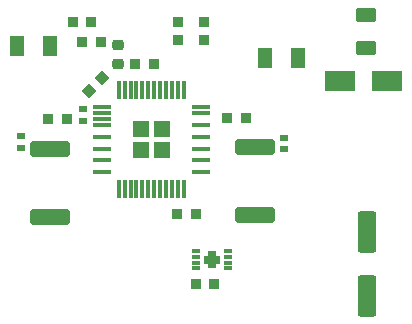
<source format=gtp>
G04 #@! TF.GenerationSoftware,KiCad,Pcbnew,(5.99.0-8491-gb8dfcb34c4)*
G04 #@! TF.CreationDate,2021-01-19T19:49:40+01:00*
G04 #@! TF.ProjectId,TMC2130_Driver,544d4332-3133-4305-9f44-72697665722e,rev?*
G04 #@! TF.SameCoordinates,PX67f3540PY6cb8080*
G04 #@! TF.FileFunction,Paste,Top*
G04 #@! TF.FilePolarity,Positive*
%FSLAX46Y46*%
G04 Gerber Fmt 4.6, Leading zero omitted, Abs format (unit mm)*
G04 Created by KiCad (PCBNEW (5.99.0-8491-gb8dfcb34c4)) date 2021-01-19 19:49:40*
%MOMM*%
%LPD*%
G01*
G04 APERTURE LIST*
G04 Aperture macros list*
%AMRoundRect*
0 Rectangle with rounded corners*
0 $1 Rounding radius*
0 $2 $3 $4 $5 $6 $7 $8 $9 X,Y pos of 4 corners*
0 Add a 4 corners polygon primitive as box body*
4,1,4,$2,$3,$4,$5,$6,$7,$8,$9,$2,$3,0*
0 Add four circle primitives for the rounded corners*
1,1,$1+$1,$2,$3*
1,1,$1+$1,$4,$5*
1,1,$1+$1,$6,$7*
1,1,$1+$1,$8,$9*
0 Add four rect primitives between the rounded corners*
20,1,$1+$1,$2,$3,$4,$5,0*
20,1,$1+$1,$4,$5,$6,$7,0*
20,1,$1+$1,$6,$7,$8,$9,0*
20,1,$1+$1,$8,$9,$2,$3,0*%
%AMRotRect*
0 Rectangle, with rotation*
0 The origin of the aperture is its center*
0 $1 length*
0 $2 width*
0 $3 Rotation angle, in degrees counterclockwise*
0 Add horizontal line*
21,1,$1,$2,0,0,$3*%
G04 Aperture macros list end*
%ADD10R,0.875000X0.950000*%
%ADD11RotRect,0.875000X0.950000X225.000000*%
%ADD12R,1.250000X1.750000*%
%ADD13RoundRect,0.250000X-1.425000X0.425000X-1.425000X-0.425000X1.425000X-0.425000X1.425000X0.425000X0*%
%ADD14R,0.950000X0.875000*%
%ADD15R,1.400000X0.700000*%
%ADD16R,0.700000X0.650000*%
%ADD17R,0.700000X0.500000*%
%ADD18R,0.680000X0.300000*%
%ADD19RoundRect,0.250000X-0.550000X1.500000X-0.550000X-1.500000X0.550000X-1.500000X0.550000X1.500000X0*%
%ADD20RoundRect,0.218750X0.256250X-0.218750X0.256250X0.218750X-0.256250X0.218750X-0.256250X-0.218750X0*%
%ADD21R,0.640000X0.590000*%
%ADD22R,1.350000X1.350000*%
%ADD23R,0.300000X1.500000*%
%ADD24R,1.500000X0.300000*%
%ADD25R,2.500000X1.800000*%
%ADD26RoundRect,0.250000X-0.625000X0.375000X-0.625000X-0.375000X0.625000X-0.375000X0.625000X0.375000X0*%
G04 APERTURE END LIST*
D10*
X16962500Y16250000D03*
X18537500Y16250000D03*
D11*
X10606847Y27706847D03*
X9493153Y26593153D03*
D12*
X6200000Y30400000D03*
X3400000Y30400000D03*
D10*
X8112500Y32500000D03*
X9687500Y32500000D03*
D13*
X23540000Y21910000D03*
X23540000Y16110000D03*
X6170000Y21740000D03*
X6170000Y15940000D03*
D14*
X19200000Y30912500D03*
X19200000Y32487500D03*
D15*
X19900000Y12350000D03*
D16*
X19900000Y12750000D03*
D17*
X19900000Y11850000D03*
D18*
X21260000Y11600000D03*
X21260000Y12100000D03*
X21260000Y12600000D03*
X21260000Y13100000D03*
X18540000Y13100000D03*
X18540000Y12600000D03*
X18540000Y12100000D03*
X18540000Y11600000D03*
D10*
X18512500Y10250000D03*
X20087500Y10250000D03*
D19*
X33000000Y14700000D03*
X33000000Y9300000D03*
D12*
X24400000Y29400000D03*
X27200000Y29400000D03*
D10*
X14987500Y28950000D03*
X13412500Y28950000D03*
D20*
X11950000Y28912500D03*
X11950000Y30487500D03*
D21*
X9000000Y24115000D03*
X9000000Y25085000D03*
X26010000Y21715000D03*
X26010000Y22685000D03*
D10*
X8912500Y30800000D03*
X10487500Y30800000D03*
D21*
X3720000Y21830000D03*
X3720000Y22800000D03*
D22*
X15625000Y21625000D03*
X13875000Y21625000D03*
X15625000Y23375000D03*
X13875000Y23375000D03*
D23*
X12000000Y18300000D03*
X12500000Y18300000D03*
X13000000Y18300000D03*
X13500000Y18300000D03*
X14000000Y18300000D03*
X14500000Y18300000D03*
X15000000Y18300000D03*
X15500000Y18300000D03*
X16000000Y18300000D03*
X16500000Y18300000D03*
X17000000Y18300000D03*
X17500000Y18300000D03*
D24*
X18950000Y19750000D03*
X18950000Y20750000D03*
X18950000Y21750000D03*
X18950000Y22750000D03*
X18950000Y23750000D03*
X18950000Y24750000D03*
X18950000Y25250000D03*
D23*
X17500000Y26700000D03*
X17000000Y26700000D03*
X16500000Y26700000D03*
X16000000Y26700000D03*
X15500000Y26700000D03*
X15000000Y26700000D03*
X14500000Y26700000D03*
X14000000Y26700000D03*
X13500000Y26700000D03*
X13000000Y26700000D03*
X12500000Y26700000D03*
X12000000Y26700000D03*
D24*
X10550000Y25250000D03*
X10550000Y24750000D03*
X10550000Y24250000D03*
X10550000Y23750000D03*
X10550000Y22750000D03*
X10550000Y21750000D03*
X10550000Y20750000D03*
X10550000Y19750000D03*
D14*
X17000000Y30912500D03*
X17000000Y32487500D03*
D25*
X34750000Y27500000D03*
X30750000Y27500000D03*
D26*
X32950000Y33050000D03*
X32950000Y30250000D03*
D10*
X7617500Y24290000D03*
X6042500Y24290000D03*
X21182500Y24310000D03*
X22757500Y24310000D03*
M02*

</source>
